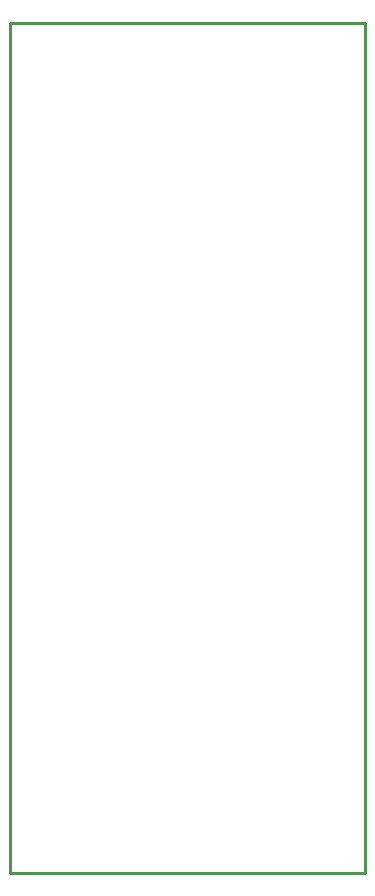
<source format=gbr>
%TF.GenerationSoftware,KiCad,Pcbnew,7.0.9-7.0.9~ubuntu22.04.1*%
%TF.CreationDate,2024-11-21T15:58:10+02:00*%
%TF.ProjectId,ESP32-P4-DevKit_Rev_B,45535033-322d-4503-942d-4465764b6974,B*%
%TF.SameCoordinates,PX80befc0PY7459280*%
%TF.FileFunction,Profile,NP*%
%FSLAX46Y46*%
G04 Gerber Fmt 4.6, Leading zero omitted, Abs format (unit mm)*
G04 Created by KiCad (PCBNEW 7.0.9-7.0.9~ubuntu22.04.1) date 2024-11-21 15:58:10*
%MOMM*%
%LPD*%
G01*
G04 APERTURE LIST*
%TA.AperFunction,Profile*%
%ADD10C,0.254000*%
%TD*%
G04 APERTURE END LIST*
D10*
X30000000Y72000000D02*
X0Y72000000D01*
X30000000Y0D02*
X30000000Y72000000D01*
X0Y72000000D02*
X0Y0D01*
X0Y0D02*
X30000000Y0D01*
M02*

</source>
